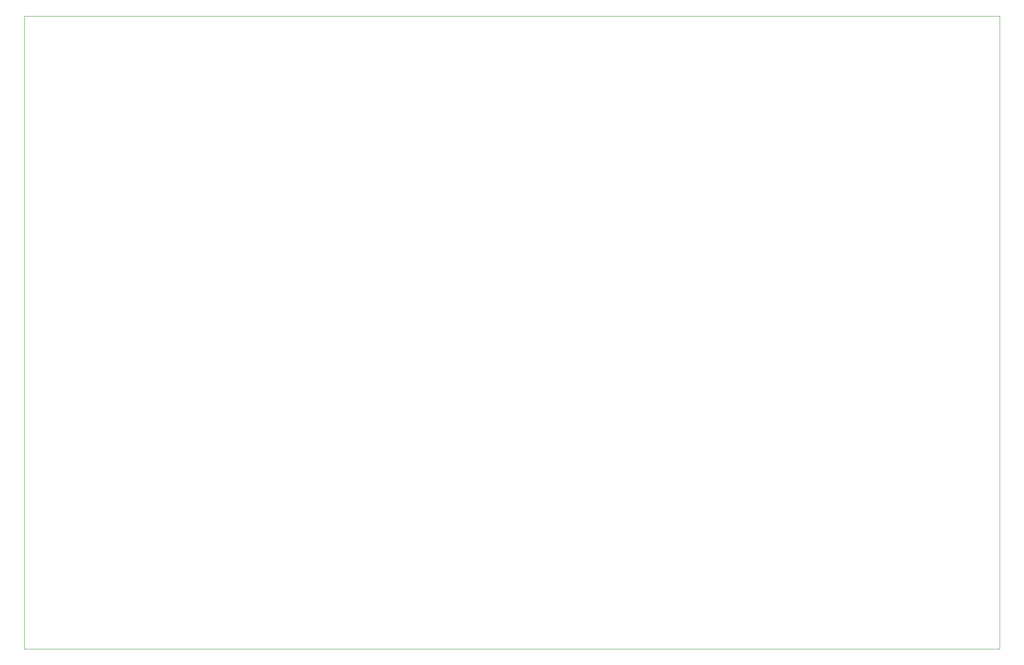
<source format=gbr>
%TF.GenerationSoftware,KiCad,Pcbnew,7.0.2*%
%TF.CreationDate,2023-05-21T12:10:35+01:00*%
%TF.ProjectId,FujiNet_Z80Bus_ReferenceDesign,46756a69-4e65-4745-9f5a-38304275735f,rev?*%
%TF.SameCoordinates,Original*%
%TF.FileFunction,Profile,NP*%
%FSLAX46Y46*%
G04 Gerber Fmt 4.6, Leading zero omitted, Abs format (unit mm)*
G04 Created by KiCad (PCBNEW 7.0.2) date 2023-05-21 12:10:35*
%MOMM*%
%LPD*%
G01*
G04 APERTURE LIST*
%TA.AperFunction,Profile*%
%ADD10C,0.050000*%
%TD*%
G04 APERTURE END LIST*
D10*
X64000000Y-30000000D02*
X264000000Y-30000000D01*
X264000000Y-160000000D01*
X64000000Y-160000000D01*
X64000000Y-30000000D01*
M02*

</source>
